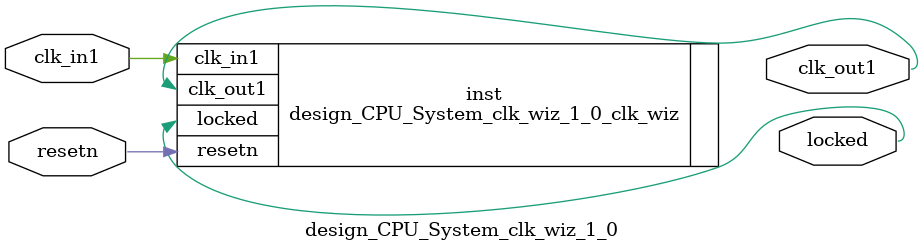
<source format=v>


`timescale 1ps/1ps

(* CORE_GENERATION_INFO = "design_CPU_System_clk_wiz_1_0,clk_wiz_v5_3_3_0,{component_name=design_CPU_System_clk_wiz_1_0,use_phase_alignment=true,use_min_o_jitter=false,use_max_i_jitter=false,use_dyn_phase_shift=false,use_inclk_switchover=false,use_dyn_reconfig=false,enable_axi=0,feedback_source=FDBK_AUTO,PRIMITIVE=MMCM,num_out_clk=1,clkin1_period=10.0,clkin2_period=10.0,use_power_down=false,use_reset=true,use_locked=true,use_inclk_stopped=false,feedback_type=SINGLE,CLOCK_MGR_TYPE=NA,manual_override=false}" *)

module design_CPU_System_clk_wiz_1_0 
 (
  // Clock out ports
  output        clk_out1,
  // Status and control signals
  input         resetn,
  output        locked,
 // Clock in ports
  input         clk_in1
 );

  design_CPU_System_clk_wiz_1_0_clk_wiz inst
  (
  // Clock out ports  
  .clk_out1(clk_out1),
  // Status and control signals               
  .resetn(resetn), 
  .locked(locked),
 // Clock in ports
  .clk_in1(clk_in1)
  );

endmodule

</source>
